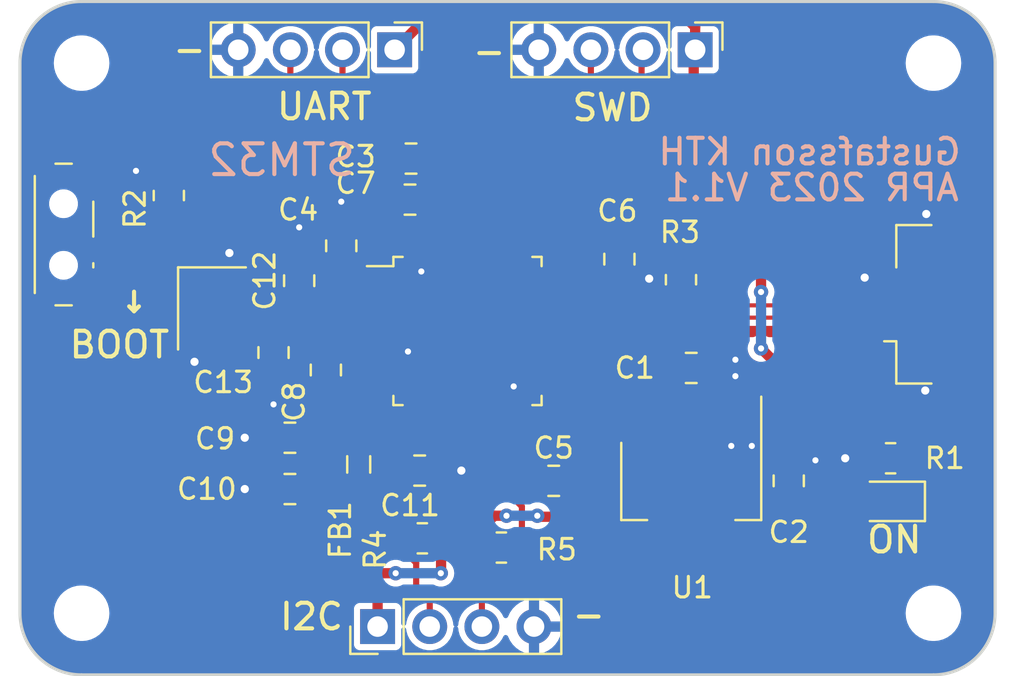
<source format=kicad_pcb>
(kicad_pcb (version 20221018) (generator pcbnew)
  (layers (0 "F.Cu" signal) (31 "B.Cu" power) (34 "B.Paste" user) (35 "F.Paste" user) (36 "B.SilkS" user "B.Silkscreen") (37 "F.SilkS" user "F.Silkscreen") (38 "B.Mask" user) (39 "F.Mask" user) (44 "Edge.Cuts" user))
  (net 0 "")
  (net 1 "VBUS")
  (net 2 "GND")
  (net 3 "+3.3V")
  (net 4 "+3.3VA")
  (net 5 "/NRST")
  (net 6 "/HSE_IN")
  (net 7 "/HSE_OUT")
  (net 8 "/PWR_LED_K")
  (net 9 "/USB_D-")
  (net 10 "/USB_D+")
  (net 12 "/SWCLK")
  (net 13 "/SWDIO")
  (net 14 "/USART1_TX")
  (net 15 "/USART1_RX")
  (net 16 "/I2C2_SCL")
  (net 17 "/I2C2_SDA")
  (net 18 "/SW_BOOT0")
  (net 19 "/BOOT0")
  (footprint "Resistor_SMD:R_0805_2012Metric" (layer "F.Cu") (at 182.75 107.9 90)
    (fp_text reference "R2" (at -0.65 -1.65 90) (layer "F.SilkS"))
    (fp_text value "10k")
    (pad "1" smd roundrect (at -0.9125 0 90) (size 1.025 1.4) (layers "F.Cu" "F.Paste" "F.Mask") (roundrect_rratio 0.243902) (net 18 "/SW_BOOT0"))
    (pad "2" smd roundrect (at 0.9125 0 90) (size 1.025 1.4) (layers "F.Cu" "F.Paste" "F.Mask") (roundrect_rratio 0.243902) (net 19 "/BOOT0"))
  )
  (footprint "Resistor_SMD:R_0805_2012Metric" (layer "F.Cu") (at 198.95 125.05)
    (fp_text reference "R5" (at 2.7 0.1) (layer "F.SilkS"))
    (fp_text value "1k5" hide)
    (pad "1" smd roundrect (at -0.9125 0) (size 1.025 1.4) (layers "F.Cu" "F.Paste" "F.Mask") (roundrect_rratio 0.243902) (net 3 "+3.3V"))
    (pad "2" smd roundrect (at 0.9125 0) (size 1.025 1.4) (layers "F.Cu" "F.Paste" "F.Mask") (roundrect_rratio 0.243902) (net 17 "/I2C2_SDA"))
  )
  (footprint "Capacitor_SMD:C_0805_2012Metric" (layer "F.Cu") (at 188.65 119.7 180)
    (fp_text reference "C9" (at 3.65 -0.05 180) (layer "F.SilkS"))
    (fp_text value "1u" hide)
    (pad "1" smd roundrect (at -0.95 0 180) (size 1 1.45) (layers "F.Cu" "F.Paste" "F.Mask") (net 4 "+3.3VA"))
    (pad "2" smd roundrect (at 0.95 0 180) (size 1 1.45) (layers "F.Cu" "F.Paste" "F.Mask") (net 2 "GND"))
  )
  (footprint "MountingHole:MountingHole_2.2mm_M2" (layer "F.Cu") (at 220 101.45)
    (fp_text reference "H2" hide)
    (fp_text value "MountingHole" hide)
    (pad "" np_thru_hole circle (at 0 0) (size 2.2 2.2) (drill 2.2) (layers "*.Cu" "*.Mask"))
  )
  (footprint "Capacitor_SMD:C_0805_2012Metric" (layer "F.Cu") (at 194.97 121.3)
    (fp_text reference "C11" (at -0.47 1.7) (layer "F.SilkS"))
    (fp_text value "100n" hide)
    (pad "1" smd roundrect (at -0.95 0) (size 1 1.45) (layers "F.Cu" "F.Paste" "F.Mask") (net 5 "/NRST"))
    (pad "2" smd roundrect (at 0.95 0) (size 1 1.45) (layers "F.Cu" "F.Paste" "F.Mask") (net 2 "GND"))
  )
  (footprint "Connector_PinHeader_2.54mm:PinHeader_1x04_P2.54mm_Vertical" (layer "F.Cu") (at 192.92 128.9 90)
    (fp_text reference "J4" hide)
    (fp_text value "Conn_01x04_Pin" hide)
    (pad "1" thru_hole rect (at 0 0 90) (size 1.7 1.7) (drill 1) (layers "*.Cu" "*.Mask") (net 3 "+3.3V"))
    (pad "2" thru_hole oval (at 0 2.54 90) (size 1.7 1.7) (drill 1) (layers "*.Cu" "*.Mask") (net 16 "/I2C2_SCL"))
    (pad "3" thru_hole oval (at 0 5.08 90) (size 1.7 1.7) (drill 1) (layers "*.Cu" "*.Mask") (net 17 "/I2C2_SDA"))
    (pad "4" thru_hole oval (at 0 7.62 90) (size 1.7 1.7) (drill 1) (layers "*.Cu" "*.Mask") (net 2 "GND"))
  )
  (footprint "Package_TO_SOT_SMD:SOT-223-3_TabPin2" (layer "F.Cu") (at 208.2 121.8 -90)
    (fp_text reference "U1" (at 5.2 -0.05 -180) (layer "F.SilkS"))
    (fp_text value "AMS1117-3.3" hide)
    (pad "1" smd rect (at -3.15 -2.3 270) (size 2 1.5) (layers "F.Cu" "F.Paste" "F.Mask") (net 2 "GND"))
    (pad "2" smd rect (at -3.15 0 270) (size 2 1.5) (layers "F.Cu" "F.Paste" "F.Mask") (net 3 "+3.3V"))
    (pad "2" smd rect (at 3.15 0 270) (size 2 3.8) (layers "F.Cu" "F.Paste" "F.Mask") (net 3 "+3.3V"))
    (pad "3" smd rect (at -3.15 2.3 270) (size 2 1.5) (layers "F.Cu" "F.Paste" "F.Mask") (net 1 "VBUS"))
  )
  (footprint "Crystal:Crystal_SMD_3225-4Pin_3.2x2.5mm" (layer "F.Cu") (at 184.85 113.4 -90)
    (fp_text reference "Y1" hide)
    (fp_text value "16Mhz" hide)
    (pad "1" smd rect (at -1.1 0.85 270) (size 1.4 1.2) (layers "F.Cu" "F.Paste" "F.Mask") (net 6 "/HSE_IN"))
    (pad "2" smd rect (at 1.1 0.85 270) (size 1.4 1.2) (layers "F.Cu" "F.Paste" "F.Mask") (net 2 "GND"))
    (pad "3" smd rect (at 1.1 -0.85 270) (size 1.4 1.2) (layers "F.Cu" "F.Paste" "F.Mask") (net 7 "/HSE_OUT"))
    (pad "4" smd rect (at -1.1 -0.85 270) (size 1.4 1.2) (layers "F.Cu" "F.Paste" "F.Mask") (net 2 "GND"))
  )
  (footprint "Connector_USB:USB_Micro-B_Amphenol_10104110_Horizontal" (layer "F.Cu") (at 219.85 113.2 90)
    (fp_text reference "J1" hide)
    (fp_text value "USB_B_Micro" hide)
    (pad "1" smd rect (at -1.3 -1.55 90) (size 0.4 1.4) (layers "F.Cu" "F.Paste" "F.Mask") (net 1 "VBUS"))
    (pad "2" smd rect (at -0.65 -1.55 90) (size 0.4 1.4) (layers "F.Cu" "F.Paste" "F.Mask") (net 9 "/USB_D-"))
    (pad "3" smd rect (at 0 -1.55 90) (size 0.4 1.4) (layers "F.Cu" "F.Paste" "F.Mask") (net 10 "/USB_D+"))
    (pad "4" smd rect (at 0.65 -1.55 90) (size 0.4 1.4) (layers "F.Cu" "F.Paste" "F.Mask"))
    (pad "5" smd rect (at 1.3 -1.55 90) (size 0.4 1.4) (layers "F.Cu" "F.Paste" "F.Mask") (net 2 "GND"))
    (pad "6" smd rect (at -3.75 1.3 90) (size 2.3 1.9) (layers "F.Cu" "F.Paste" "F.Mask") (net 2 "GND"))
    (pad "6" smd rect (at -1.15 1.3 90) (size 1.8 1.9) (layers "F.Cu" "F.Paste" "F.Mask") (net 2 "GND"))
    (pad "6" smd rect (at 1.15 1.3 90) (size 1.8 1.9) (layers "F.Cu" "F.Paste" "F.Mask") (net 2 "GND"))
    (pad "6" smd rect (at 3.75 1.3 90) (size 2.3 1.9) (layers "F.Cu" "F.Paste" "F.Mask") (net 2 "GND"))
  )
  (footprint "LED_SMD:LED_0805_2012Metric" (layer "F.Cu") (at 217.9 122.8 180)
    (fp_text reference "D1" hide)
    (fp_text value "RED" hide)
    (pad "1" smd roundrect (at -0.9375 0 180) (size 0.975 1.4) (layers "F.Cu" "F.Paste" "F.Mask") (net 8 "/PWR_LED_K"))
    (pad "2" smd roundrect (at 0.9375 0 180) (size 0.975 1.4) (layers "F.Cu" "F.Paste" "F.Mask") (net 3 "+3.3V"))
  )
  (footprint "Inductor_SMD:L_0805_2012Metric" (layer "F.Cu") (at 192 121 -90)
    (fp_text reference "FB1" (at 3.2 0.9 -90) (layer "F.SilkS"))
    (fp_text value "120R" hide)
    (pad "1" smd roundrect (at -1.0625 0 270) (size 0.875 1.2) (layers "F.Cu" "F.Paste" "F.Mask") (net 4 "+3.3VA"))
    (pad "2" smd roundrect (at 1.0625 0 270) (size 0.875 1.2) (layers "F.Cu" "F.Paste" "F.Mask") (net 3 "+3.3V"))
  )
  (footprint "MountingHole:MountingHole_2.2mm_M2" (layer "F.Cu") (at 178.5 128.25)
    (fp_text reference "H3" hide)
    (fp_text value "MountingHole" hide)
    (pad "" np_thru_hole circle (at 0 0) (size 2.2 2.2) (drill 2.2) (layers "*.Cu" "*.Mask"))
  )
  (footprint "Capacitor_SMD:C_0805_2012Metric" (layer "F.Cu") (at 194.55 106.1)
    (fp_text reference "C3" (at -2.7 -0.1) (layer "F.SilkS"))
    (fp_text value "10u" hide)
    (pad "1" smd roundrect (at -0.95 0) (size 1 1.45) (layers "F.Cu" "F.Paste" "F.Mask") (net 3 "+3.3V"))
    (pad "2" smd roundrect (at 0.95 0) (size 1 1.45) (layers "F.Cu" "F.Paste" "F.Mask") (net 2 "GND"))
  )
  (footprint "Resistor_SMD:R_0805_2012Metric" (layer "F.Cu") (at 217.9125 120.7 180)
    (fp_text reference "R1" (at -2.6375 0) (layer "F.SilkS"))
    (fp_text value "1k5" hide)
    (pad "1" smd roundrect (at -0.9125 0 180) (size 1.025 1.4) (layers "F.Cu" "F.Paste" "F.Mask") (roundrect_rratio 0.243902) (net 8 "/PWR_LED_K"))
    (pad "2" smd roundrect (at 0.9125 0 180) (size 1.025 1.4) (layers "F.Cu" "F.Paste" "F.Mask") (roundrect_rratio 0.243902) (net 2 "GND"))
  )
  (footprint "Capacitor_SMD:C_0805_2012Metric" (layer "F.Cu") (at 194.5 108.1)
    (fp_text reference "C7" (at -2.65 -0.8) (layer "F.SilkS"))
    (fp_text value "100n" hide)
    (pad "1" smd roundrect (at -0.95 0) (size 1 1.45) (layers "F.Cu" "F.Paste" "F.Mask") (net 3 "+3.3V"))
    (pad "2" smd roundrect (at 0.95 0) (size 1 1.45) (layers "F.Cu" "F.Paste" "F.Mask") (net 2 "GND"))
  )
  (footprint "Capacitor_SMD:C_0805_2012Metric" (layer "F.Cu") (at 189.1 112.05 90)
    (fp_text reference "C12" (at 0 -1.68 90) (layer "F.SilkS"))
    (fp_text value "10p")
    (pad "1" smd roundrect (at -0.95 0 90) (size 1 1.45) (layers "F.Cu" "F.Paste" "F.Mask") (net 6 "/HSE_IN"))
    (pad "2" smd roundrect (at 0.95 0 90) (size 1 1.45) (layers "F.Cu" "F.Paste" "F.Mask") (net 2 "GND"))
  )
  (footprint "Capacitor_SMD:C_0805_2012Metric" (layer "F.Cu") (at 188.65 122.2 180)
    (fp_text reference "C10" (at 4.05 0 180) (layer "F.SilkS"))
    (fp_text value "1u" hide)
    (pad "1" smd roundrect (at -0.95 0 180) (size 1 1.45) (layers "F.Cu" "F.Paste" "F.Mask") (net 3 "+3.3V"))
    (pad "2" smd roundrect (at 0.95 0 180) (size 1 1.45) (layers "F.Cu" "F.Paste" "F.Mask") (net 2 "GND"))
  )
  (footprint "Button_Switch_SMD:SW_SPDT_PCM12" (layer "F.Cu") (at 177.95 109.8 -90)
    (fp_text reference "SW1" hide)
    (fp_text value "SW_SPDT" hide)
    (pad "" smd rect (at -3.65 -0.78 270) (size 1 0.8) (layers "F.Cu" "F.Paste" "F.Mask"))
    (pad "" smd rect (at -3.65 1.43 270) (size 1 0.8) (layers "F.Cu" "F.Paste" "F.Mask"))
    (pad "" np_thru_hole circle (at -1.5 0.33 270) (size 0.9 0.9) (drill 0.9) (layers "*.Cu" "*.Mask"))
    (pad "" np_thru_hole circle (at 1.5 0.33 270) (size 0.9 0.9) (drill 0.9) (layers "*.Cu" "*.Mask"))
    (pad "" smd rect (at 3.65 -0.78 270) (size 1 0.8) (layers "F.Cu" "F.Paste" "F.Mask"))
    (pad "" smd rect (at 3.65 1.43 270) (size 1 0.8) (layers "F.Cu" "F.Paste" "F.Mask"))
    (pad "1" smd rect (at -2.25 -1.43 270) (size 0.7 1.5) (layers "F.Cu" "F.Paste" "F.Mask") (net 2 "GND"))
    (pad "2" smd rect (at 0.75 -1.43 270) (size 0.7 1.5) (layers "F.Cu" "F.Paste" "F.Mask") (net 18 "/SW_BOOT0"))
    (pad "3" smd rect (at 2.25 -1.43 270) (size 0.7 1.5) (layers "F.Cu" "F.Paste" "F.Mask") (net 3 "+3.3V"))
  )
  (footprint "Capacitor_SMD:C_0805_2012Metric" (layer "F.Cu") (at 191.15 110.35 90)
    (fp_text reference "C4" (at 1.75 -2.1 180) (layer "F.SilkS"))
    (fp_text value "100n")
    (pad "1" smd roundrect (at -0.95 0 90) (size 1 1.45) (layers "F.Cu" "F.Paste" "F.Mask") (net 3 "+3.3V"))
    (pad "2" smd roundrect (at 0.95 0 90) (size 1 1.45) (layers "F.Cu" "F.Paste" "F.Mask") (net 2 "GND"))
  )
  (footprint "Capacitor_SMD:C_0805_2012Metric" (layer "F.Cu") (at 204.7 111 -90)
    (fp_text reference "C6" (at -2.35 0.1) (layer "F.SilkS"))
    (fp_text value "100n" hide)
    (pad "1" smd roundrect (at -0.95 0 270) (size 1 1.45) (layers "F.Cu" "F.Paste" "F.Mask") (net 3 "+3.3V"))
    (pad "2" smd roundrect (at 0.95 0 270) (size 1 1.45) (layers "F.Cu" "F.Paste" "F.Mask") (net 2 "GND"))
  )
  (footprint "Package_QFP:LQFP-48_7x7mm_P0.5mm" (layer "F.Cu") (at 197.3 114.5)
    (fp_text reference "U2" hide)
    (fp_text value "STM32F103C8T6" hide)
    (pad "1" smd roundrect (at -4.1625 -2.75) (size 1.475 0.3) (layers "F.Cu" "F.Paste" "F.Mask") (net 3 "+3.3V"))
    (pad "2" smd roundrect (at -4.1625 -2.25) (size 1.475 0.3) (layers "F.Cu" "F.Paste" "F.Mask"))
    (pad "3" smd roundrect (at -4.1625 -1.75) (size 1.475 0.3) (layers "F.Cu" "F.Paste" "F.Mask"))
    (pad "4" smd roundrect (at -4.1625 -1.25) (size 1.475 0.3) (layers "F.Cu" "F.Paste" "F.Mask"))
    (pad "5" smd roundrect (at -4.1625 -0.75) (size 1.475 0.3) (layers "F.Cu" "F.Paste" "F.Mask") (net 6 "/HSE_IN"))
    (pad "6" smd roundrect (at -4.1625 -0.25) (size 1.475 0.3) (layers "F.Cu" "F.Paste" "F.Mask") (net 7 "/HSE_OUT"))
    (pad "7" smd roundrect (at -4.1625 0.25) (size 1.475 0.3) (layers "F.Cu" "F.Paste" "F.Mask") (net 5 "/NRST"))
    (pad "8" smd roundrect (at -4.1625 0.75) (size 1.475 0.3) (layers "F.Cu" "F.Paste" "F.Mask") (net 2 "GND"))
    (pad "9" smd roundrect (at -4.1625 1.25) (size 1.475 0.3) (layers "F.Cu" "F.Paste" "F.Mask") (net 4 "+3.3VA"))
    (pad "10" smd roundrect (at -4.1625 1.75) (size 1.475 0.3) (layers "F.Cu" "F.Paste" "F.Mask"))
    (pad "11" smd roundrect (at -4.1625 2.25) (size 1.475 0.3) (layers "F.Cu" "F.Paste" "F.Mask"))
    (pad "12" smd roundrect (at -4.1625 2.75) (size 1.475 0.3) (layers "F.Cu" "F.Paste" "F.Mask"))
    (pad "13" smd roundrect (at -2.75 4.1625) (size 0.3 1.475) (layers "F.Cu" "F.Paste" "F.Mask"))
    (pad "14" smd roundrect (at -2.25 4.1625) (size 0.3 1.475) (layers "F.Cu" "F.Paste" "F.Mask"))
    (pad "15" smd roundrect (at -1.75 4.1625) (size 0.3 1.475) (layers "F.Cu" "F.Paste" "F.Mask"))
    (pad "16" smd roundrect (at -1.25 4.1625) (size 0.3 1.475) (layers "F.Cu" "F.Paste" "F.Mask"))
    (pad "17" smd roundrect (at -0.75 4.1625) (size 0.3 1.475) (layers "F.Cu" "F.Paste" "F.Mask"))
    (pad "18" smd roundrect (at -0.25 4.1625) (size 0.3 1.475) (layers "F.Cu" "F.Paste" "F.Mask"))
    (pad "19" smd roundrect (at 0.25 4.1625) (size 0.3 1.475) (layers "F.Cu" "F.Paste" "F.Mask"))
    (pad "20" smd roundrect (at 0.75 4.1625) (size 0.3 1.475) (layers "F.Cu" "F.Paste" "F.Mask"))
    (pad "21" smd roundrect (at 1.25 4.1625) (size 0.3 1.475) (layers "F.Cu" "F.Paste" "F.Mask") (net 16 "/I2C2_SCL"))
    (pad "22" smd roundrect (at 1.75 4.1625) (size 0.3 1.475) (layers "F.Cu" "F.Paste" "F.Mask") (net 17 "/I2C2_SDA"))
    (pad "23" smd roundrect (at 2.25 4.1625) (size 0.3 1.475) (layers "F.Cu" "F.Paste" "F.Mask") (net 2 "GND"))
    (pad "24" smd roundrect (at 2.75 4.1625) (size 0.3 1.475) (layers "F.Cu" "F.Paste" "F.Mask") (net 3 "+3.3V"))
    (pad "25" smd roundrect (at 4.1625 2.75) (size 1.475 0.3) (layers "F.Cu" "F.Paste" "F.Mask"))
    (pad "26" smd roundrect (at 4.1625 2.25) (size 1.475 0.3) (layers "F.Cu" "F.Paste" "F.Mask"))
    (pad "27" smd roundrect (at 4.1625 1.75) (size 1.475 0.3) (layers "F.Cu" "F.Paste" "F.Mask"))
    (pad "28" smd roundrect (at 4.1625 1.25) (size 1.475 0.3) (layers "F.Cu" "F.Paste" "F.Mask"))
    (pad "29" smd roundrect (at 4.1625 0.75) (size 1.475 0.3) (layers "F.Cu" "F.Paste" "F.Mask"))
    (pad "30" smd roundrect (at 4.1625 0.25) (size 1.475 0.3) (layers "F.Cu" "F.Paste" "F.Mask"))
    (pad "31" smd roundrect (at 4.1625 -0.25) (size 1.475 0.3) (layers "F.Cu" "F.Paste" "F.Mask"))
    (pad "32" smd roundrect (at 4.1625 -0.75) (size 1.475 0.3) (layers "F.Cu" "F.Paste" "F.Mask") (net 9 "/USB_D-"))
    (pad "33" smd roundrect (at 4.1625 -1.25) (size 1.475 0.3) (layers "F.Cu" "F.Paste" "F.Mask") (net 10 "/USB_D+"))
    (pad "34" smd roundrect (at 4.1625 -1.75) (size 1.475 0.3) (layers "F.Cu" "F.Paste" "F.Mask") (net 13 "/SWDIO"))
    (pad "35" smd roundrect (at 4.1625 -2.25) (size 1.475 0.3) (layers "F.Cu" "F.Paste" "F.Mask") (net 2 "GND"))
    (pad "36" smd roundrect (at 4.1625 -2.75) (size 1.475 0.3) (layers "F.Cu" "F.Paste" "F.Mask") (net 3 "+3.3V"))
    (pad "37" smd roundrect (at 2.75 -4.1625) (size 0.3 1.475) (layers "F.Cu" "F.Paste" "F.Mask") (net 12 "/SWCLK"))
    (pad "38" smd roundrect (at 2.25 -4.1625) (size 0.3 1.475) (layers "F.Cu" "F.Paste" "F.Mask"))
    (pad "39" smd roundrect (at 1.75 -4.1625) (size 0.3 1.475) (layers "F.Cu" "F.Paste" "F.Mask"))
    (pad "40" smd roundrect (at 1.25 -4.1625) (size 0.3 1.475) (layers "F.Cu" "F.Paste" "F.Mask"))
    (pad "41" smd roundrect (at 0.75 -4.1625) (size 0.3 1.475) (layers "F.Cu" "F.Paste" "F.Mask"))
    (pad "42" smd roundrect (at 0.25 -4.1625) (size 0.3 1.475) (layers "F.Cu" "F.Paste" "F.Mask") (net 14 "/USART1_TX"))
    (pad "43" smd roundrect (at -0.25 -4.1625) (size 0.3 1.475) (layers "F.Cu" "F.Paste" "F.Mask") (net 15 "/USART1_RX"))
    (pad "44" smd roundrect (at -0.75 -4.1625) (size 0.3 1.475) (layers "F.Cu" "F.Paste" "F.Mask") (net 19 "/BOOT0"))
    (pad "45" smd roundrect (at -1.25 -4.1625) (size 0.3 1.475) (layers "F.Cu" "F.Paste" "F.Mask"))
    (pad "46" smd roundrect (at -1.75 -4.1625) (size 0.3 1.475) (layers "F.Cu" "F.Paste" "F.Mask"))
    (pad "47" smd roundrect (at -2.25 -4.1625) (size 0.3 1.475) (layers "F.Cu" "F.Paste" "F.Mask") (net 2 "GND"))
    (pad "48" smd roundrect (at -2.75 -4.1625) (size 0.3 1.475) (layers "F.Cu" "F.Paste" "F.Mask") (net 3 "+3.3V"))
  )
  (footprint "Capacitor_SMD:C_0805_2012Metric" (layer "F.Cu") (at 212.95 121.8 90)
    (fp_text reference "C2" (at -2.5 0 180) (layer "F.SilkS"))
    (fp_text value "22u" hide)
    (pad "1" smd roundrect (at -0.95 0 90) (size 1 1.45) (layers "F.Cu" "F.Paste" "F.Mask") (net 3 "+3.3V"))
    (pad "2" smd roundrect (at 0.95 0 90) (size 1 1.45) (layers "F.Cu" "F.Paste" "F.Mask") (net 2 "GND"))
  )
  (footprint "Capacitor_SMD:C_0805_2012Metric" (layer "F.Cu") (at 190.4 116.4 90)
    (fp_text reference "C8" (at -1.55 -1.55 90) (layer "F.SilkS"))
    (fp_text value "10n")
    (pad "1" smd roundrect (at -0.95 0 90) (size 1 1.45) (layers "F.Cu" "F.Paste" "F.Mask") (net 4 "+3.3VA"))
    (pad "2" smd roundrect (at 0.95 0 90) (size 1 1.45) (layers "F.Cu" "F.Paste" "F.Mask") (net 2 "GND"))
  )
  (footprint "Connector_PinHeader_2.54mm:PinHeader_1x04_P2.54mm_Vertical" (layer "F.Cu") (at 193.75 100.8 -90)
    (fp_text reference "J2")
    (fp_text value "Conn_01x04_Pin" hide)
    (pad "1" thru_hole rect (at 0 0 270) (size 1.7 1.7) (drill 1) (layers "*.Cu" "*.Mask") (net 3 "+3.3V"))
    (pad "2" thru_hole oval (at 0 2.54 270) (size 1.7 1.7) (drill 1) (layers "*.Cu" "*.Mask") (net 14 "/USART1_TX"))
    (pad "3" thru_hole oval (at 0 5.08 270) (size 1.7 1.7) (drill 1) (layers "*.Cu" "*.Mask") (net 15 "/USART1_RX"))
    (pad "4" thru_hole oval (at 0 7.62 270) (size 1.7 1.7) (drill 1) (layers "*.Cu" "*.Mask") (net 2 "GND"))
  )
  (footprint "MountingHole:MountingHole_2.2mm_M2" (layer "F.Cu") (at 178.5 101.45)
    (fp_text reference "H1" hide)
    (fp_text value "MountingHole" hide)
    (pad "" np_thru_hole circle (at 0 0) (size 2.2 2.2) (drill 2.2) (layers "*.Cu" "*.Mask"))
  )
  (footprint "Resistor_SMD:R_0805_2012Metric" (layer "F.Cu") (at 195.1 124.6 180)
    (fp_text reference "R4" (at 2.3 -0.55 270) (layer "F.SilkS"))
    (fp_text value "1k5" hide)
    (pad "1" smd roundrect (at -0.9125 0 180) (size 1.025 1.4) (layers "F.Cu" "F.Paste" "F.Mask") (roundrect_rratio 0.243902) (net 3 "+3.3V"))
    (pad "2" smd roundrect (at 0.9125 0 180) (size 1.025 1.4) (layers "F.Cu" "F.Paste" "F.Mask") (roundrect_rratio 0.243902) (net 16 "/I2C2_SCL"))
  )
  (footprint "Capacitor_SMD:C_0805_2012Metric" (layer "F.Cu") (at 201.5 121.8 180)
    (fp_text reference "C5" (at 0 1.6 180) (layer "F.SilkS"))
    (fp_text value "100n" hide)
    (pad "1" smd roundrect (at -0.95 0 180) (size 1 1.45) (layers "F.Cu" "F.Paste" "F.Mask") (net 3 "+3.3V"))
    (pad "2" smd roundrect (at 0.95 0 180) (size 1 1.45) (layers "F.Cu" "F.Paste" "F.Mask") (net 2 "GND"))
  )
  (footprint "Capacitor_SMD:C_0805_2012Metric" (layer "F.Cu") (at 208.2 116.3)
    (fp_text reference "C1" (at -2.75 0) (layer "F.SilkS"))
    (fp_text value "22u" hide)
    (pad "1" smd roundrect (at -0.95 0) (size 1 1.45) (layers "F.Cu" "F.Paste" "F.Mask") (net 1 "VBUS"))
    (pad "2" smd roundrect (at 0.95 0) (size 1 1.45) (layers "F.Cu" "F.Paste" "F.Mask") (net 2 "GND"))
  )
  (footprint "Connector_PinHeader_2.54mm:PinHeader_1x04_P2.54mm_Vertical" (layer "F.Cu") (at 208.39 100.8 -90)
    (fp_text reference "J3")
    (fp_text value "Conn_01x04_Pin" hide)
    (pad "1" thru_hole rect (at 0 0 270) (size 1.7 1.7) (drill 1) (layers "*.Cu" "*.Mask") (net 3 "+3.3V"))
    (pad "2" thru_hole oval (at 0 2.54 270) (size 1.7 1.7) (drill 1) (layers "*.Cu" "*.Mask") (net 13 "/SWDIO"))
    (pad "3" thru_hole oval (at 0 5.08 270) (size 1.7 1.7) (drill 1) (layers "*.Cu" "*.Mask") (net 12 "/SWCLK"))
    (pad "4" thru_hole oval (at 0 7.62 270) (size 1.7 1.7) (drill 1) (layers "*.Cu" "*.Mask") (net 2 "GND"))
  )
  (footprint "Capacitor_SMD:C_0805_2012Metric" (layer "F.Cu") (at 187.85 115.55 -90)
    (fp_text reference "C13" (at 1.45 2.45 -180) (layer "F.SilkS"))
    (fp_text value "10p" hide)
    (pad "1" smd roundrect (at -0.95 0 270) (size 1 1.45) (layers "F.Cu" "F.Paste" "F.Mask") (net 7 "/HSE_OUT"))
    (pad "2" smd roundrect (at 0.95 0 270) (size 1 1.45) (layers "F.Cu" "F.Paste" "F.Mask") (net 2 "GND"))
  )
  (footprint "MountingHole:MountingHole_2.2mm_M2" (layer "F.Cu") (at 220 128.25)
    (fp_text reference "H4" hide)
    (fp_text value "MountingHole" hide)
    (pad "" np_thru_hole circle (at 0 0) (size 2.2 2.2) (drill 2.2) (layers "*.Cu" "*.Mask"))
  )
  (footprint "Resistor_SMD:R_0805_2012Metric" (layer "F.Cu") (at 207.7 112 -90)
    (fp_text reference "R3" (at -2.3125 0.05) (layer "F.SilkS"))
    (fp_text value "1k5" hide)
    (pad "1" smd roundrect (at -0.9125 0 270) (size 1.025 1.4) (layers "F.Cu" "F.Paste" "F.Mask") (roundrect_rratio 0.243902) (net 3 "+3.3V"))
    (pad "2" smd roundrect (at 0.9125 0 270) (size 1.025 1.4) (layers "F.Cu" "F.Paste" "F.Mask") (roundrect_rratio 0.243902) (net 10 "/USB_D+"))
  )
  (gr_arc (start 220 98.45) (mid 222.12132 99.32868) (end 223 101.45) (stroke (width 0.15)) (layer "Edge.Cuts"))
  (gr_arc (start 178.5 131.25) (mid 176.37868 130.37132) (end 175.5 128.25) (stroke (width 0.15)) (layer "Edge.Cuts"))
  (gr_arc (start 223 128.25) (mid 222.12132 130.37132) (end 220 131.25) (stroke (width 0.15)) (layer "Edge.Cuts"))
  (gr_line (start 220 131.25) (end 178.5 131.25) (stroke (width 0.15)) (layer "Edge.Cuts"))
  (gr_line (start 175.5 101.45) (end 175.5 128.25) (stroke (width 0.15)) (layer "Edge.Cuts"))
  (gr_line (start 220 98.45) (end 178.5 98.45) (stroke (width 0.15)) (layer "Edge.Cuts"))
  (gr_line (start 223 101.45) (end 223 128.25) (stroke (width 0.15)) (layer "Edge.Cuts"))
  (gr_arc (start 175.5 101.45) (mid 176.37868 99.32868) (end 178.5 98.45) (stroke (width 0.15)) (layer "Edge.Cuts"))
  (gr_text "STM32" (at 191.95 107.05) (layer "B.SilkS") (effects (font (size 1.5 1.5) (thickness 0.2)) (justify left bottom mirror)))
  (gr_text "Gustafsson KTH" (at 221.45 106.5) (layer "B.SilkS") (effects (font (size 1.25 1.25) (thickness 0.2)) (justify left bottom mirror)))
  (gr_text "APR 2023 V1.1" (at 221.35 108.25) (layer "B.SilkS") (effects (font (size 1.25 1.25) (thickness 0.2)) (justify left bottom mirror)))
  (gr_text "ON" (at 216.65 125.4) (layer "F.SilkS") (effects (font (size 1.25 1.25) (thickness 0.2)) (justify left bottom)))
  (gr_text "SWD " (at 202.3 104.35) (layer "F.SilkS") (effects (font (size 1.25 1.25) (thickness 0.2)) (justify left bottom)))
  (gr_text "-" (at 182.85 101.5) (layer "F.SilkS") (effects (font (size 1.25 1.25) (thickness 0.2)) (justify left bottom)))
  (gr_text "↓ " (at 180.15 113.7) (layer "F.SilkS") (effects (font (size 1.25 1.25) (thickness 0.2)) (justify left bottom)))
  (gr_text "-" (at 202.3 129.05) (layer "F.SilkS") (effects (font (size 1.25 1.25) (thickness 0.2)) (justify left bottom)))
  (gr_text "I2C" (at 188.05 129.15) (layer "F.SilkS") (effects (font (size 1.25 1.25) (thickness 0.2)) (justify left bottom)))
  (gr_text "-" (at 197.45 101.6) (layer "F.SilkS") (effects (font (size 1.25 1.25) (thickness 0.2)) (justify left bottom)))
  (gr_text "UART" (at 187.9 104.3) (layer "F.SilkS") (effects (font (size 1.25 1.25) (thickness 0.2) bold) (justify left bottom)))
  (gr_text "BOOT" (at 177.8 115.9) (layer "F.SilkS") (effects (font (size 1.25 1.25) (thickness 0.2) bold) (justify left bottom)))
  (segment (start 195.05 109.45) (end 195.2 109.3) (width 0.3) (layer "F.Cu") (net 2))
  (segment (start 193.1375 115.25) (end 190.6 115.25) (width 0.3) (layer "F.Cu") (net 2))
  (segment (start 199.55 118.6625) (end 199.55 121.55) (width 0.3) (layer "F.Cu") (net 2))
  (segment (start 194.15 115.25) (end 194.4 115.5) (width 0.3) (layer "F.Cu") (net 2))
  (segment (start 199.55 117.2) (end 199.55 118.6625) (width 0.3) (layer "F.Cu") (net 2))
  (segment (start 195.5 106.1) (end 195.5 108.05) (width 0.5) (layer "F.Cu") (net 2))
  (segment (start 199.55 121.55) (end 199.8 121.8) (width 0.3) (layer "F.Cu") (net 2))
  (segment (start 195.5 108.05) (end 195.45 108.1) (width 0.5) (layer "F.Cu") (net 2))
  (segment (start 202.95 112.25) (end 203.25 111.95) (width 0.3) (layer "F.Cu") (net 2))
  (segment (start 199.8 121.8) (end 200.55 121.8) (width 0.3) (layer "F.Cu") (net 2))
  (segment (start 218.3 111.9) (end 216.65 111.9) (width 0.3) (layer "F.Cu") (net 2))
  (segment (start 195.05 110.3375) (end 195.05 109.45) (width 0.3) (layer "F.Cu") (net 2))
  (segment (start 201.4625 112.25) (end 202.95 112.25) (width 0.3) (layer "F.Cu") (net 2))
  (segment (start 184 114.5) (end 184 116) (width 0.3) (layer "F.Cu") (net 2))
  (segment (start 187.7 122.2) (end 186.45 122.2) (width 0.5) (layer "F.Cu") (net 2))
  (segment (start 195.05 110.3375) (end 195.05 111.6) (width 0.3) (layer "F.Cu") (net 2))
  (segment (start 203.25 111.95) (end 204.7 111.95) (width 0.3) (layer "F.Cu") (net 2))
  (segment (start 187.85 116.5) (end 187.85 118.025) (width 0.5) (layer "F.Cu") (net 2))
  (segment (start 181.15 106.7) (end 180.3 107.55) (width 0.5) (layer "F.Cu") (net 2))
  (segment (start 195.92 121.3) (end 197 121.3) (width 0.3) (layer "F.Cu") (net 2))
  (segment (start 187.7 119.7) (end 186.45 119.7) (width 0.5) (layer "F.Cu") (net 2))
  (segment (start 189.1 109.45) (end 189.1 111.05) (width 0.5) (layer "F.Cu") (net 2))
  (segment (start 185.7 112.3) (end 185.7 110.7) (width 0.3) (layer "F.Cu") (net 2))
  (segment (start 195.45 109.1) (end 195.45 108.1) (width 0.3) (layer "F.Cu") (net 2))
  (segment (start 180.3 107.55) (end 179.38 107.55) (width 0.5) (layer "F.Cu") (net 2))
  (segment (start 191.15 109.185) (end 191.15 108.415) (width 0.5) (layer "F.Cu") (net 2))
  (segment (start 193.1375 115.25) (end 194.15 115.25) (width 0.3) (layer "F.Cu") (net 2))
  (segment (start 195.2 109.3) (end 195.25 109.3) (width 0.3) (layer "F.Cu") (net 2))
  (segment (start 204.7 111.95) (end 206.15 111.95) (width 0.3) (layer "F.Cu") (net 2))
  (segment (start 190.6 115.25) (end 190.4 115.45) (width 0.3) (layer "F.Cu") (net 2))
  (segment (start 195.25 109.3) (end 195.45 109.1) (width 0.3) (layer "F.Cu") (net 2))
  (segment (start 217 120.7) (end 215.7 120.7) (width 0.5) (layer "F.Cu") (net 2))
  (via (at 194.4 115.5) (size 0.7) (drill 0.3) (layers "F.Cu" "B.Cu") (net 2))
  (via (at 185.7 110.7) (size 0.8) (drill 0.4) (layers "F.Cu" "B.Cu") (net 2))
  (via (at 191.15 108.2) (size 0.7) (drill 0.3) (layers "F.Cu" "B.Cu") (net 2))
  (via (at 187.85 118.075) (size 0.7) (drill 0.3) (layers "F.Cu" "B.Cu") (net 2))
  (via (at 181.15 106.7) (size 0.7) (drill 0.3) (layers "F.Cu" "B.Cu") (net 2))
  (via (at 189.1 109.45) (size 0.7) (drill 0.3) (layers "F.Cu" "B.Cu") (net 2))
  (via (at 186.45 122.2) (size 0.8) (drill 0.4) (layers "F.Cu" "B.Cu") (net 2))
  (via (at 186.45 119.7) (size 0.8) (drill 0.4) (layers "F.Cu" "B.Cu") (net 2))
  (via (at 195.05 111.6) (size 0.7) (drill 0.3) (layers "F.Cu" "B.Cu") (net 2))
  (via (at 210.35 116.7) (size 0.7) (drill 0.3) (layers "F.Cu" "B.Cu") (net 2))
  (via (at 197 121.3) (size 0.8) (drill 0.4) (layers "F.Cu" "B.Cu") (net 2))
  (via (at 206.15 111.95) (size 0.8) (drill 0.4) (layers "F.Cu" "B.Cu") (net 2))
  (via (at 211.15 120.1) (size 0.7) (drill 0.3) (layers "F.Cu" "B.Cu") (net 2))
  (via (at 216.65 111.9) (size 0.8) (drill 0.4) (layers "F.Cu" "B.Cu") (net 2))
  (via (at 219.6 117.4) (size 0.8) (drill 0.4) (layers "F.Cu" "B.Cu") (net 2))
  (via (at 210.15 120.1) (size 0.7) (drill 0.3) (layers "F.Cu" "B.Cu") (net 2))
  (via (at 199.55 117.2) (size 0.7) (drill 0.3) (layers "F.Cu" "B.Cu") (net 2))
  (via (at 210.35 115.9) (size 0.7) (drill 0.3) (layers "F.Cu" "B.Cu") (net 2))
  (via (at 184 116) (size 0.8) (drill 0.4) (layers "F.Cu" "B.Cu") (net 2))
  (via (at 219.65 108.8) (size 0.8) (drill 0.4) (layers "F.Cu" "B.Cu") (net 2))
  (via (at 214.25 120.8) (size 0.7) (drill 0.3) (layers "F.Cu" "B.Cu") (net 2))
  (via (at 215.7 120.7) (size 0.8) (drill 0.4) (layers "F.Cu" "B.Cu") (net 2))
  (segment (start 193.84 109.09) (end 193.55 108.8) (width 0.3) (layer "F.Cu") (net 3))
  (segment (start 203 110.5) (end 203.45 110.05) (width 0.3) (layer "F.Cu") (net 3))
  (segment (start 208.32 105.87) (end 208.32 100.87) (width 0.5) (layer "F.Cu") (net 3))
  (segment (start 192.5 126.3) (end 192.45 126.25) (width 0.5) (layer "F.Cu") (net 3))
  (segment (start 220.15 124.45) (end 220.5 124.1) (width 0.5) (layer "F.Cu") (net 3))
  (segment (start 206.25 128.6) (end 203.7 126.05) (width 0.5) (layer "F.Cu") (net 3))
  (segment (start 211.6 112.6) (end 211.6 111.3) (width 0.5) (layer "F.Cu") (net 3))
  (segment (start 198.6 123.5) (end 198.0375 124.0625) (width 0.5) (layer "F.Cu") (net 3))
  (segment (start 198.0375 124.0625) (end 198.0375 125.5) (width 0.5) (layer "F.Cu") (net 3))
  (segment (start 203.7 122.25) (end 203.3 121.85) (width 0.5) (layer "F.Cu") (net 3))
  (segment (start 196.0125 126.2875) (end 196 126.3) (width 0.5) (layer "F.Cu") (net 3))
  (segment (start 214.55 126.25) (end 212.2 128.6) (width 0.5) (layer "F.Cu") (net 3))
  (segment (start 192 123.5) (end 192 122.0625) (width 0.5) (layer "F.Cu") (net 3))
  (segment (start 213.1 119.3) (end 212.5 118.7) (width 0.5) (layer "F.Cu") (net 3))
  (segment (start 212.5 118.7) (end 212.5 116.25) (width 0.5) (layer "F.Cu") (net 3))
  (segment (start 203 111.3) (end 203 110.5) (width 0.3) (layer "F.Cu") (net 3))
  (segment (start 211.6 111.3) (end 210.35 111.3) (width 0.5) (layer "F.Cu") (net 3))
  (segment (start 214.6 124.45) (end 220.15 124.45) (width 0.5) (layer "F.Cu") (net 3))
  (segment (start 220.5 119.85) (end 219.95 119.3) (width 0.5) (layer "F.Cu") (net 3))
  (segment (start 192 123.5) (end 192.45 123.95) (width 0.5) (layer "F.Cu") (net 3))
  (segment (start 202.1 120.2) (end 200.5 120.2) (width 0.3) (layer "F.Cu") (net 3))
  (segment (start 193.8 126.3) (end 192.5 126.3) (width 0.5) (layer "F.Cu") (net 3))
  (segment (start 212.95 122.75) (end 214.55 122.75) (width 0.5) (layer "F.Cu") (net 3))
  (segment (start 186.05 126.3) (end 181.85 122.1) (width 0.5) (layer "F.Cu") (net 3))
  (segment (start 191.6 111.75) (end 191.15 111.3) (width 0.3) (layer "F.Cu") (net 3))
  (segment (start 207.9 99.2) (end 208.39 99.69) (width 0.5) (layer "F.Cu") (net 3))
  (segment (start 202.5 121.85) (end 202.45 121.8) (width 0.5) (layer "F.Cu") (net 3))
  (segment (start 192 122.0625) (end 189.7375 122.0625) (width 0.5) (layer "F.Cu") (net 3))
  (segment (start 197.35 125.05) (end 196.9 124.6) (width 0.5) (layer "F.Cu") (net 3))
  (segment (start 190.35 106) (end 192.35 108) (width 0.5) (layer "F.Cu") (net 3))
  (segment (start 184.55 108.1) (end 186.65 106) (width 0.5) (layer "F.Cu") (net 3))
  (segment (start 212.2 128.6) (end 206.25 128.6) (width 0.5) (layer "F.Cu") (net 3))
  (segment (start 189.7375 122.0625) (end 189.6 122.2) (width 0.5) (layer "F.Cu") (net 3))
  (segment (start 186.65 106) (end 190.35 106) (width 0.5) (layer "F.Cu") (net 3))
  (segment (start 201.4625 111.75) (end 202.55 111.75) (width 0.3) (layer "F.Cu") (net 3))
  (segment (start 193.5 106) (end 193.6 106.1) (width 0.5) (layer "F.Cu") (net 3))
  (segment (start 192.45 126.25) (end 192.92 126.72) (width 0.5) (layer "F.Cu") (net 3))
  (segment (start 220.5 124.1) (end 220.5 119.85) (width 0.5) (layer "F.Cu") (net 3))
  (segment (start 179.38 112.05) (end 181.85 112.05) (width 0.5) (layer "F.Cu") (net 3))
  (segment (start 196.9 124.6) (end 196.0125 124.6) (width 0.5) (layer "F.Cu") (net 3))
  (segment (start 207.7 111.0875) (end 206.6625 110.05) (width 0.5) (layer "F.Cu") (net 3))
  (segment (start 193.55 108.8) (end 193.55 108.1) (width 0.3) (layer "F.Cu") (net 3))
  (segment (start 193.6 106.1) (end 193.6 108.05) (width 0.5) (layer "F.Cu") (net 3))
  (segment (start 181.85 122.1) (end 181.85 112.05) (width 0.5) (layer "F.Cu") (net 3))
  (segment (start 181.85 112.05) (end 181.85 111.9) (width 0.5) (layer "F.Cu") (net 3))
  (segment (start 198.0375 125.05) (end 197.35 125.05) (width 0.5) (layer "F.Cu") (net 3))
  (segment (start 210.35 111.3) (end 207.85 111.3) (width 0.5) (layer "F.Cu") (net 3))
  (segment (start 194.55 109.42) (end 194.22 109.09) (width 0.3) (layer "F.Cu") (net 3))
  (segment (start 216.9125 122.75) (end 216.9625 122.8) (width 0.5) (layer "F.Cu") (net 3))
  (segment (start 193.1375 109.6875) (end 193.1375 111.65) (width 0.5) (layer "F.Cu") (net 3))
  (segment (start 208.39 99.69) (end 208.39 100.8) (width 0.5) (layer "F.Cu") (net 3))
  (segment (start 193.6 108.05) (end 193.55 108.1) (width 0.5) (layer "F.Cu") (net 3))
  (segment (start 199.2 123.5) (end 198.6 123.5) (width 0.5) (layer "F.Cu") (net 3))
  (segment (start 192.35 108.9) (end 193.1375 109.6875) (width 0.5) (layer "F.Cu") (net 3))
  (segment (start 208.32 100.87) (end 208.39 100.8) (width 0.5) (layer "F.Cu") (net 3))
  (segment (start 194.22 109.09) (end 193.84 109.09) (width 0.3) (layer "F.Cu") (net 3))
  (segment (start 206.6625 110.05) (end 204.7 110.05) (width 0.5) (layer "F.Cu") (net 3))
  (segment (start 219.95 119.3) (end 213.1 119.3) (width 0.5) (layer "F.Cu") (net 3))
  (segment (start 200.05 119.75) (end 200.05 118.6625) (width 0.3) (layer "F.Cu") (net 3))
  (segment (start 192.92 126.72) (end 192.92 128.275) (width 0.5) (layer "F.Cu") (net 3))
  (segment (start 184.55 109.2) (end 184.55 108.1) (width 0.5) (layer "F.Cu") (net 3))
  (segment (start 181.85 111.9) (end 184.55 109.2) (width 0.5) (layer "F.Cu") (net 3))
  (segment (start 190.35 106) (end 193.5 106) (width 0.5) (layer "F.Cu") (net 3))
  (segment (start 203.7 126.05) (end 203.7 123.55) (width 0.5) (layer "F.Cu") (net 3))
  (segment (start 203.7 123.55) (end 200.75 123.55) (width 0.5) (layer "F.Cu") (net 3))
  (segment (start 202.55 111.75) (end 203 111.3) (width 0.3) (layer "F.Cu") (net 3))
  (segment (start 203.3 121.85) (end 202.5 121.85) (width 0.5) (layer "F.Cu") (net 3))
  (segment (start 202.45 121.8) (end 202.45 120.55) (width 0.3) (layer "F.Cu") (net 3))
  (segment (start 200.75 123.55) (end 200.7 123.5) (width 0.5) (layer "F.Cu") (net 3))
  (segment (start 210.35 111.3) (end 210.35 107.9) (width 0.5) (layer "F.Cu") (net 3))
  (segment (start 214.55 124.65) (end 214.55 126.25) (width 0.5) (layer "F.Cu") (net 3))
  (segment (start 195.35 99.2) (end 207.9 99.2) (width 0.5) (layer "F.Cu") (net 3))
  (segment (start 214.55 122.75) (end 216.9125 122.75) (width 0.5) (layer "F.Cu") (net 3))
  (segment (start 192.45 123.95) (end 192.45 126.25) (width 0.5) (layer "F.Cu") (net 3))
  (segment (start 214.55 122.75) (end 214.55 124.2) (width 0.5) (layer "F.Cu") (net 3))
  (segment (start 200.5 120.2) (end 200.05 119.75) (width 0.3) (layer "F.Cu") (net 3))
  (segment (start 214.55 124.2) (end 214.55 124.65) (width 0.5) (layer "F.Cu") (net 3))
  (segment (start 212.5 116.25) (end 211.6 115.35) (width 0.5) (layer "F.Cu") (net 3))
  (segment (start 194.55 110.3375) (end 194.55 109.42) (width 0.3) (layer "F.Cu") (net 3))
  (segment (start 193.1375 111.75) (end 191.6 111.75) (width 0.3) (layer "F.Cu") (net 3))
  (segment (start 203.45 110.05) (end 204.7 110.05) (width 0.3) (layer "F.Cu") (net 3))
  (segment (start 202.45 120.55) (end 202.1 120.2) (width 0.3) (layer "F.Cu") (net 3))
  (segment (start 196.0125 124.6) (end 196.0125 126.2875) (width 0.5) (layer "F.Cu") (net 3))
  (segment (start 192.35 108) (end 192.35 108.9) (width 0.5) (layer "F.Cu") (net 3))
  (segment (start 203.7 123.55) (end 203.7 122.25) (width 0.5) (layer "F.Cu") (net 3))
  (segment (start 210.35 107.9) (end 208.32 105.87) (width 0.5) (layer "F.Cu") (net 3))
  (segment (start 193.75 100.8) (end 195.35 99.2) (width 0.5) (layer "F.Cu") (net 3))
  (segment (start 192.5 126.3) (end 186.05 126.3) (width 0.5) (layer "F.Cu") (net 3))
  (via (at 211.6 115.35) (size 0.7) (drill 0.3) (layers "F.Cu" "B.Cu") (net 3))
  (via (at 196 126.3) (size 0.7) (drill 0.3) (layers "F.Cu" "B.Cu") (net 3))
  (via (at 199.2 123.5) (size 0.7) (drill 0.3) (layers "F.Cu" "B.Cu") (net 3))
  (via (at 211.6 112.6) (size 0.7) (drill 0.3) (layers "F.Cu" "B.Cu") (net 3))
  (via (at 200.7 123.5) (size 0.7) (drill 0.3) (layers "F.Cu" "B.Cu") (net 3))
  (via (at 193.8 126.3) (size 0.7) (drill 0.3) (layers "F.Cu" "B.Cu") (net 3))
  (segment (start 200.7 123.5) (end 199.2 123.5) (width 0.5) (layer "B.Cu") (net 3))
  (segment (start 211.6 115.35) (end 211.6 112.6) (width 0.5) (layer "B.Cu") (net 3))
  (segment (start 196 126.3) (end 193.8 126.3) (width 0.5) (layer "B.Cu") (net 3))
  (segment (start 189.75 119.85) (end 192 119.85) (width 0.5) (layer "F.Cu") (net 4))
  (segment (start 191.8 116.248959) (end 192.298959 115.75) (width 0.3) (layer "F.Cu") (net 4))
  (segment (start 189.6 118.6) (end 190.4 117.8) (width 0.5) (layer "F.Cu") (net 4))
  (segment (start 192.298959 115.75) (end 193.1375 115.75) (width 0.3) (layer "F.Cu") (net 4))
  (segment (start 189.6 119.7) (end 189.6 118.6) (width 0.5) (layer "F.Cu") (net 4))
  (segment (start 191.25 117.35) (end 191.8 116.8) (width 0.3) (layer "F.Cu") (net 4))
  (segment (start 190.4 117.8) (end 190.4 117.35) (width 0.5) (layer "F.Cu") (net 4))
  (segment (start 191.8 116.8) (end 191.8 116.248959) (width 0.3) (layer "F.Cu") (net 4))
  (segment (start 190.4 117.35) (end 191.25 117.35) (width 0.3) (layer "F.Cu") (net 4))
  (segment (start 194.02 121.3) (end 194.02 120.22) (width 0.3) (layer "F.Cu") (net 5))
  (segment (start 193.6 119.8) (end 193.6 118.25) (width 0.3) (layer "F.Cu") (net 5))
  (segment (start 193.6 118.25) (end 195.1 116.75) (width 0.3) (layer "F.Cu") (net 5))
  (segment (start 194.63995 114.75) (end 193.1375 114.75) (width 0.3) (layer "F.Cu") (net 5))
  (segment (start 194.02 120.22) (end 193.6 119.8) (width 0.3) (layer "F.Cu") (net 5))
  (segment (start 195.1 116.75) (end 195.1 115.21005) (width 0.3) (layer "F.Cu") (net 5))
  (segment (start 195.1 115.21005) (end 194.63995 114.75) (width 0.3) (layer "F.Cu") (net 5))
  (segment (start 187.95 112.95) (end 189.05 112.95) (width 0.3) (layer "F.Cu") (net 6))
  (segment (start 187.95 112.95) (end 187.55 113.35) (width 0.3) (layer "F.Cu") (net 6))
  (segment (start 190.8 113) (end 189.1 113) (width 0.3) (layer "F.Cu") (net 6))
  (segment (start 184 112.75) (end 184 112.3) (width 0.3) (layer "F.Cu") (net 6))
  (segment (start 184.6 113.35) (end 184 112.75) (width 0.3) (layer "F.Cu") (net 6))
  (segment (start 187.55 113.35) (end 184.6 113.35) (width 0.3) (layer "F.Cu") (net 6))
  (segment (start 191.55 113.75) (end 190.8 113) (width 0.3) (layer "F.Cu") (net 6))
  (segment (start 193.1375 113.75) (end 191.55 113.75) (width 0.3) (layer "F.Cu") (net 6))
  (segment (start 189.05 112.95) (end 189.1 113) (width 0.3) (layer "F.Cu") (net 6))
  (segment (start 187.85 114.6) (end 185.8 114.6) (width 0.3) (layer "F.Cu") (net 7))
  (segment (start 193.1375 114.25) (end 188.2 114.25) (width 0.3) (layer "F.Cu") (net 7))
  (segment (start 185.8 114.6) (end 185.7 114.5) (width 0.3) (layer "F.Cu") (net 7))
  (segment (start 188.2 114.25) (end 187.85 114.6) (width 0.3) (layer "F.Cu") (net 7))
  (segment (start 218.8375 122.8) (end 218.8375 120.7125) (width 0.5) (layer "F.Cu") (net 8))
  (segment (start 218.8375 120.7125) (end 218.825 120.7) (width 0.5) (layer "F.Cu") (net 8))
  (segment (start 202.6 113.85) (end 202.5 113.75) (width 0.2) (layer "F.Cu") (net 9))
  (segment (start 202.5 113.75) (end 201.4625 113.75) (width 0.2) (layer "F.Cu") (net 9))
  (segment (start 218.3 113.85) (end 202.6 113.85) (width 0.2) (layer "F.Cu") (net 9))
  (segment (start 217.25 113.25) (end 217.3 113.2) (width 0.2) (layer "F.Cu") (net 10))
  (segment (start 217.3 113.2) (end 218.3 113.2) (width 0.2) (layer "F.Cu") (net 10))
  (segment (start 201.4625 113.25) (end 217.25 113.25) (width 0.2) (layer "F.Cu") (net 10))
  (segment (start 200.05 110.3375) (end 200.05 107.95) (width 0.3) (layer "F.Cu") (net 12))
  (segment (start 203.31 104.69) (end 203.31 100.8) (width 0.3) (layer "F.Cu") (net 12))
  (segment (start 200.05 107.95) (end 203.31 104.69) (width 0.3) (layer "F.Cu") (net 12))
  (segment (start 205.78 105.97) (end 205.78 100.87) (width 0.3) (layer "F.Cu") (net 13))
  (segment (start 205.78 100.87) (end 205.85 100.8) (width 0.3) (layer "F.Cu") (net 13))
  (segment (start 200.623959 112.75) (end 200.2 112.326041) (width 0.3) (layer "F.Cu") (net 13))
  (segment (start 200.2 111.55) (end 205.78 105.97) (width 0.3) (layer "F.Cu") (net 13))
  (segment (start 200.2 112.326041) (end 200.2 111.55) (width 0.3) (layer "F.Cu") (net 13))
  (segment (start 201.4625 112.75) (end 200.623959 112.75) (width 0.3) (layer "F.Cu") (net 13))
  (segment (start 197.25 103) (end 191.81 103) (width 0.3) (layer "F.Cu") (net 14))
  (segment (start 191.21 102.4) (end 191.21 100.8) (width 0.3) (layer "F.Cu") (net 14))
  (segment (start 198.45 108.3) (end 197.55 109.2) (width 0.3) (layer "F.Cu") (net 14))
  (segment (start 197.55 109.2) (end 197.55 110.3375) (width 0.3) (layer "F.Cu") (net 14))
  (segment (start 191.81 103) (end 191.21 102.4) (width 0.25) (layer "F.Cu") (net 14))
  (segment (start 198.45 104.2) (end 198.45 108.3) (width 0.3) (layer "F.Cu") (net 14))
  (segment (start 197.25 103) (end 198.45 104.2) (width 0.3) (layer "F.Cu") (net 14))
  (segment (start 197.45 105) (end 196.35 103.9) (width 0.3) (layer "F.Cu") (net 15))
  (segment (start 189.65 103.9) (end 188.67 102.92) (width 0.3) (layer "F.Cu") (net 15))
  (segment (start 188.67 102.92) (end 188.67 100.8) (width 0.3) (layer "F.Cu") (net 15))
  (segment (start 197.05 110.3375) (end 197.05 108.4) (width 0.3) (layer "F.Cu") (net 15))
  (segment (start 197.45 108) (end 197.45 105) (width 0.3) (layer "F.Cu") (net 15))
  (segment (start 197.05 108.4) (end 197.45 108) (width 0.3) (layer "F.Cu") (net 15))
  (segment (start 196.35 103.9) (end 189.65 103.9) (width 0.3) (layer "F.Cu") (net 15))
  (segment (start 194.8 126.9) (end 195.46 127.56) (width 0.3) (layer "F.Cu") (net 16))
  (segment (start 198.55 118.6625) (end 198.55 119.501472) (width 0.3) (layer "F.Cu") (net 16))
  (segment (start 198.55 118.6625) (end 198.55 119.537893) (width 0.3) (layer "F.Cu") (net 16))
  (segment (start 198 120.087893) (end 198 121.6) (width 0.3) (layer "F.Cu") (net 16))
  (segment (start 194.8 123) (end 194.1875 123.6125) (width 0.3) (layer "F.Cu") (net 16))
  (segment (start 196.6 123) (end 194.8 123) (width 0.3) (layer "F.Cu") (net 16))
  (segment (start 198 121.6) (end 196.6 123) (width 0.3) (layer "F.Cu") (net 16))
  (segment (start 194.8 125.8) (end 194.8 126.9) (width 0.3) (layer "F.Cu") (net 16))
  (segment (start 194.1875 124.6) (end 194.1875 125.1875) (width 0.3) (layer "F.Cu") (net 16))
  (segment (start 198.55 119.537893) (end 198 120.087893) (width 0.3) (layer "F.Cu") (net 16))
  (segment (start 195.46 127.56) (end 195.46 128.9) (width 0.3) (layer "F.Cu") (net 16))
  (segment (start 194.1875 125.1875) (end 194.8 125.8) (width 0.3) (layer "F.Cu") (net 16))
  (segment (start 194.1875 123.6125) (end 194.1875 124.6) (width 0.3) (layer "F.Cu") (net 16))
  (segment (start 199.95 124.9625) (end 199.8625 125.05) (width 0.3) (layer "F.Cu") (net 17))
  (segment (start 199.8625 125.05) (end 199.8625 125.5875) (width 0.3) (layer "F.Cu") (net 17))
  (segment (start 199.05 119.745) (end 198.76 120.035) (width 0.3) (layer "F.Cu") (net 17))
  (segment (start 199.8625 125.5875) (end 198 127.45) (width 0.3) (layer "F.Cu") (net 17))
  (segment (start 198.76 120.035) (end 198.76 121.86) (width 0.3) (layer "F.Cu") (net 17))
  (segment (start 198 127.45) (end 198 128.9) (width 0.3) (layer "F.Cu") (net 17))
  (segment (start 199.05 118.6625) (end 199.05 119.745) (width 0.3) (layer "F.Cu") (net 17))
  (segment (start 199.95 123.05) (end 199.95 124.9625) (width 0.3) (layer "F.Cu") (net 17))
  (segment (start 198.76 121.86) (end 199.95 123.05) (width 0.3) (layer "F.Cu") (net 17))
  (segment (start 182.7375 108.8125) (end 182.75 108.8125) (width 0.3) (layer "F.Cu") (net 18))
  (segment (start 181 110.55) (end 182.7375 108.8125) (width 0.3) (layer "F.Cu") (net 18))
  (segment (start 179.38 110.55) (end 181 110.55) (width 0.3) (layer "F.Cu") (net 18))
  (segment (start 182.75 106.9875) (end 184.8375 104.9) (width 0.3) (layer "F.Cu") (net 19))
  (segment (start 196.75 107.992893) (end 196.55 108.192893) (width 0.3) (layer "F.Cu") (net 19))
  (segment (start 184.8375 104.9) (end 196.25 104.9) (width 0.3) (layer "F.Cu") (net 19))
  (segment (start 196.75 105.4) (end 196.75 107.992893) (width 0.3) (layer "F.Cu") (net 19))
  (segment (start 196.55 108.192893) (end 196.55 110.3375) (width 0.3) (layer "F.Cu") (net 19))
  (segment (start 196.25 104.9) (end 196.75 105.4) (width 0.3) (layer "F.Cu") (net 19))
  (zone (net 3) (net_name "+3.3V") (layer "F.Cu") (priority 2) (connect_pads yes (clearance 0.3)) (min_thickness 0.25) (fill yes (thermal_gap 0.5) (thermal_bridge_width 0.5))
    (polygon (pts (xy 209.15 117.8) (xy 209 117.55) (xy 207.4 117.55) (xy 207.25 117.8) (xy 207.25 120.05) (xy 205.8 121.6) (xy 205.8 126.65) (xy 213.15 126.65) (xy 213.95 125.9) (xy 213.95 122.4) (xy 213.6 122.05) (xy 210.05 122) (xy 209.15 121.2)))
  )
  (zone (net 1) (net_name "VBUS") (layer "F.Cu") (priority 3) (connect_pads yes (clearance 0.3)) (min_thickness 0.25) (fill yes (thermal_gap 0.5) (thermal_bridge_width 0.5))
    (polygon (pts (xy 207 119.95) (xy 207.3 119.65) (xy 207.3 117.4) (xy 207.55 117.25) (xy 208 117.25) (xy 208.3 117) (xy 208.3 115.3) (xy 208.7 114.8) (xy 218.953562 114.8) (xy 219.1 114.75) (xy 219.1 114.3) (xy 218.95 114.252462) (xy 208.7 114.25) (xy 207.15 114.25) (xy 205.95 115.45) (xy 205.95 116.95) (xy 205.25 117.65) (xy 205.25 119.7) (xy 205.5 119.95)))
  )
  (zone (net 2) (net_name "GND") (layer "F.Cu") (priority 4) (connect_pads yes (clearance 0.3)) (min_thickness 0.25) (fill yes (thermal_gap 0.5) (thermal_bridge_width 0.5))
    (polygon (pts (xy 222.45 108.2) (xy 222.25 108) (xy 220.05 108) (xy 219.25 108.8) (xy 219.25 117.6) (xy 220.05 118.4) (xy 222.25 118.4) (xy 222.45 118.2)))
  )
  (zone (net 2) (net_name "GND") (layer "F.Cu") (priority 1) (connect_pads yes (clearance 0.3)) (min_thickness 0.25) (fill yes (thermal_gap 0.5) (thermal_bridge_width 0.5))
    (polygon (pts (xy 208.6 115.3) (xy 210.8 115.3) (xy 211.6 116.15) (xy 211.7 120.1) (xy 214.4 120.1) (xy 214.8 120.5) (xy 214.8 121.2) (xy 214.4 121.5) (xy 210.1 121.5) (xy 209.6 121.05) (xy 209.6 117.5) (xy 209.45 117.25) (xy 208.65 117.25) (xy 208.35 116.9) (xy 208.4 115.5)))
  )
  (zone (net 2) (net_name "GND") (layer "B.Cu") (connect_pads (clearance 0.3)) (min_thickness 0.25) (fill yes (thermal_gap 0.5) (thermal_bridge_width 0.5))
    (polygon (pts (xy 175.5 98.45) (xy 223.05 98.45) (xy 223.05 131.3) (xy 175.5 131.3)))
  )
)
</source>
